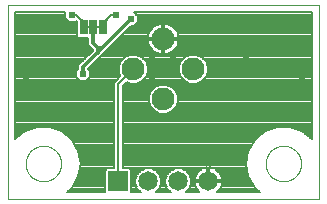
<source format=gbl>
G75*
%MOIN*%
%OFA0B0*%
%FSLAX25Y25*%
%IPPOS*%
%LPD*%
%AMOC8*
5,1,8,0,0,1.08239X$1,22.5*
%
%ADD10C,0.00100*%
%ADD11C,0.00000*%
%ADD12R,0.06500X0.06500*%
%ADD13C,0.06500*%
%ADD14R,0.02500X0.05000*%
%ADD15C,0.00800*%
%ADD16C,0.07600*%
%ADD17C,0.02400*%
%ADD18C,0.01200*%
%ADD19C,0.00700*%
D10*
X0001350Y0007294D02*
X0001350Y0071861D01*
X0104972Y0071861D01*
X0104972Y0007294D01*
X0001350Y0007294D01*
D11*
X0007255Y0019106D02*
X0007257Y0019259D01*
X0007263Y0019413D01*
X0007273Y0019566D01*
X0007287Y0019718D01*
X0007305Y0019871D01*
X0007327Y0020022D01*
X0007352Y0020173D01*
X0007382Y0020324D01*
X0007416Y0020474D01*
X0007453Y0020622D01*
X0007494Y0020770D01*
X0007539Y0020916D01*
X0007588Y0021062D01*
X0007641Y0021206D01*
X0007697Y0021348D01*
X0007757Y0021489D01*
X0007821Y0021629D01*
X0007888Y0021767D01*
X0007959Y0021903D01*
X0008034Y0022037D01*
X0008111Y0022169D01*
X0008193Y0022299D01*
X0008277Y0022427D01*
X0008365Y0022553D01*
X0008456Y0022676D01*
X0008550Y0022797D01*
X0008648Y0022915D01*
X0008748Y0023031D01*
X0008852Y0023144D01*
X0008958Y0023255D01*
X0009067Y0023363D01*
X0009179Y0023468D01*
X0009293Y0023569D01*
X0009411Y0023668D01*
X0009530Y0023764D01*
X0009652Y0023857D01*
X0009777Y0023946D01*
X0009904Y0024033D01*
X0010033Y0024115D01*
X0010164Y0024195D01*
X0010297Y0024271D01*
X0010432Y0024344D01*
X0010569Y0024413D01*
X0010708Y0024478D01*
X0010848Y0024540D01*
X0010990Y0024598D01*
X0011133Y0024653D01*
X0011278Y0024704D01*
X0011424Y0024751D01*
X0011571Y0024794D01*
X0011719Y0024833D01*
X0011868Y0024869D01*
X0012018Y0024900D01*
X0012169Y0024928D01*
X0012320Y0024952D01*
X0012473Y0024972D01*
X0012625Y0024988D01*
X0012778Y0025000D01*
X0012931Y0025008D01*
X0013084Y0025012D01*
X0013238Y0025012D01*
X0013391Y0025008D01*
X0013544Y0025000D01*
X0013697Y0024988D01*
X0013849Y0024972D01*
X0014002Y0024952D01*
X0014153Y0024928D01*
X0014304Y0024900D01*
X0014454Y0024869D01*
X0014603Y0024833D01*
X0014751Y0024794D01*
X0014898Y0024751D01*
X0015044Y0024704D01*
X0015189Y0024653D01*
X0015332Y0024598D01*
X0015474Y0024540D01*
X0015614Y0024478D01*
X0015753Y0024413D01*
X0015890Y0024344D01*
X0016025Y0024271D01*
X0016158Y0024195D01*
X0016289Y0024115D01*
X0016418Y0024033D01*
X0016545Y0023946D01*
X0016670Y0023857D01*
X0016792Y0023764D01*
X0016911Y0023668D01*
X0017029Y0023569D01*
X0017143Y0023468D01*
X0017255Y0023363D01*
X0017364Y0023255D01*
X0017470Y0023144D01*
X0017574Y0023031D01*
X0017674Y0022915D01*
X0017772Y0022797D01*
X0017866Y0022676D01*
X0017957Y0022553D01*
X0018045Y0022427D01*
X0018129Y0022299D01*
X0018211Y0022169D01*
X0018288Y0022037D01*
X0018363Y0021903D01*
X0018434Y0021767D01*
X0018501Y0021629D01*
X0018565Y0021489D01*
X0018625Y0021348D01*
X0018681Y0021206D01*
X0018734Y0021062D01*
X0018783Y0020916D01*
X0018828Y0020770D01*
X0018869Y0020622D01*
X0018906Y0020474D01*
X0018940Y0020324D01*
X0018970Y0020173D01*
X0018995Y0020022D01*
X0019017Y0019871D01*
X0019035Y0019718D01*
X0019049Y0019566D01*
X0019059Y0019413D01*
X0019065Y0019259D01*
X0019067Y0019106D01*
X0019065Y0018953D01*
X0019059Y0018799D01*
X0019049Y0018646D01*
X0019035Y0018494D01*
X0019017Y0018341D01*
X0018995Y0018190D01*
X0018970Y0018039D01*
X0018940Y0017888D01*
X0018906Y0017738D01*
X0018869Y0017590D01*
X0018828Y0017442D01*
X0018783Y0017296D01*
X0018734Y0017150D01*
X0018681Y0017006D01*
X0018625Y0016864D01*
X0018565Y0016723D01*
X0018501Y0016583D01*
X0018434Y0016445D01*
X0018363Y0016309D01*
X0018288Y0016175D01*
X0018211Y0016043D01*
X0018129Y0015913D01*
X0018045Y0015785D01*
X0017957Y0015659D01*
X0017866Y0015536D01*
X0017772Y0015415D01*
X0017674Y0015297D01*
X0017574Y0015181D01*
X0017470Y0015068D01*
X0017364Y0014957D01*
X0017255Y0014849D01*
X0017143Y0014744D01*
X0017029Y0014643D01*
X0016911Y0014544D01*
X0016792Y0014448D01*
X0016670Y0014355D01*
X0016545Y0014266D01*
X0016418Y0014179D01*
X0016289Y0014097D01*
X0016158Y0014017D01*
X0016025Y0013941D01*
X0015890Y0013868D01*
X0015753Y0013799D01*
X0015614Y0013734D01*
X0015474Y0013672D01*
X0015332Y0013614D01*
X0015189Y0013559D01*
X0015044Y0013508D01*
X0014898Y0013461D01*
X0014751Y0013418D01*
X0014603Y0013379D01*
X0014454Y0013343D01*
X0014304Y0013312D01*
X0014153Y0013284D01*
X0014002Y0013260D01*
X0013849Y0013240D01*
X0013697Y0013224D01*
X0013544Y0013212D01*
X0013391Y0013204D01*
X0013238Y0013200D01*
X0013084Y0013200D01*
X0012931Y0013204D01*
X0012778Y0013212D01*
X0012625Y0013224D01*
X0012473Y0013240D01*
X0012320Y0013260D01*
X0012169Y0013284D01*
X0012018Y0013312D01*
X0011868Y0013343D01*
X0011719Y0013379D01*
X0011571Y0013418D01*
X0011424Y0013461D01*
X0011278Y0013508D01*
X0011133Y0013559D01*
X0010990Y0013614D01*
X0010848Y0013672D01*
X0010708Y0013734D01*
X0010569Y0013799D01*
X0010432Y0013868D01*
X0010297Y0013941D01*
X0010164Y0014017D01*
X0010033Y0014097D01*
X0009904Y0014179D01*
X0009777Y0014266D01*
X0009652Y0014355D01*
X0009530Y0014448D01*
X0009411Y0014544D01*
X0009293Y0014643D01*
X0009179Y0014744D01*
X0009067Y0014849D01*
X0008958Y0014957D01*
X0008852Y0015068D01*
X0008748Y0015181D01*
X0008648Y0015297D01*
X0008550Y0015415D01*
X0008456Y0015536D01*
X0008365Y0015659D01*
X0008277Y0015785D01*
X0008193Y0015913D01*
X0008111Y0016043D01*
X0008034Y0016175D01*
X0007959Y0016309D01*
X0007888Y0016445D01*
X0007821Y0016583D01*
X0007757Y0016723D01*
X0007697Y0016864D01*
X0007641Y0017006D01*
X0007588Y0017150D01*
X0007539Y0017296D01*
X0007494Y0017442D01*
X0007453Y0017590D01*
X0007416Y0017738D01*
X0007382Y0017888D01*
X0007352Y0018039D01*
X0007327Y0018190D01*
X0007305Y0018341D01*
X0007287Y0018494D01*
X0007273Y0018646D01*
X0007263Y0018799D01*
X0007257Y0018953D01*
X0007255Y0019106D01*
X0087255Y0019106D02*
X0087257Y0019259D01*
X0087263Y0019413D01*
X0087273Y0019566D01*
X0087287Y0019718D01*
X0087305Y0019871D01*
X0087327Y0020022D01*
X0087352Y0020173D01*
X0087382Y0020324D01*
X0087416Y0020474D01*
X0087453Y0020622D01*
X0087494Y0020770D01*
X0087539Y0020916D01*
X0087588Y0021062D01*
X0087641Y0021206D01*
X0087697Y0021348D01*
X0087757Y0021489D01*
X0087821Y0021629D01*
X0087888Y0021767D01*
X0087959Y0021903D01*
X0088034Y0022037D01*
X0088111Y0022169D01*
X0088193Y0022299D01*
X0088277Y0022427D01*
X0088365Y0022553D01*
X0088456Y0022676D01*
X0088550Y0022797D01*
X0088648Y0022915D01*
X0088748Y0023031D01*
X0088852Y0023144D01*
X0088958Y0023255D01*
X0089067Y0023363D01*
X0089179Y0023468D01*
X0089293Y0023569D01*
X0089411Y0023668D01*
X0089530Y0023764D01*
X0089652Y0023857D01*
X0089777Y0023946D01*
X0089904Y0024033D01*
X0090033Y0024115D01*
X0090164Y0024195D01*
X0090297Y0024271D01*
X0090432Y0024344D01*
X0090569Y0024413D01*
X0090708Y0024478D01*
X0090848Y0024540D01*
X0090990Y0024598D01*
X0091133Y0024653D01*
X0091278Y0024704D01*
X0091424Y0024751D01*
X0091571Y0024794D01*
X0091719Y0024833D01*
X0091868Y0024869D01*
X0092018Y0024900D01*
X0092169Y0024928D01*
X0092320Y0024952D01*
X0092473Y0024972D01*
X0092625Y0024988D01*
X0092778Y0025000D01*
X0092931Y0025008D01*
X0093084Y0025012D01*
X0093238Y0025012D01*
X0093391Y0025008D01*
X0093544Y0025000D01*
X0093697Y0024988D01*
X0093849Y0024972D01*
X0094002Y0024952D01*
X0094153Y0024928D01*
X0094304Y0024900D01*
X0094454Y0024869D01*
X0094603Y0024833D01*
X0094751Y0024794D01*
X0094898Y0024751D01*
X0095044Y0024704D01*
X0095189Y0024653D01*
X0095332Y0024598D01*
X0095474Y0024540D01*
X0095614Y0024478D01*
X0095753Y0024413D01*
X0095890Y0024344D01*
X0096025Y0024271D01*
X0096158Y0024195D01*
X0096289Y0024115D01*
X0096418Y0024033D01*
X0096545Y0023946D01*
X0096670Y0023857D01*
X0096792Y0023764D01*
X0096911Y0023668D01*
X0097029Y0023569D01*
X0097143Y0023468D01*
X0097255Y0023363D01*
X0097364Y0023255D01*
X0097470Y0023144D01*
X0097574Y0023031D01*
X0097674Y0022915D01*
X0097772Y0022797D01*
X0097866Y0022676D01*
X0097957Y0022553D01*
X0098045Y0022427D01*
X0098129Y0022299D01*
X0098211Y0022169D01*
X0098288Y0022037D01*
X0098363Y0021903D01*
X0098434Y0021767D01*
X0098501Y0021629D01*
X0098565Y0021489D01*
X0098625Y0021348D01*
X0098681Y0021206D01*
X0098734Y0021062D01*
X0098783Y0020916D01*
X0098828Y0020770D01*
X0098869Y0020622D01*
X0098906Y0020474D01*
X0098940Y0020324D01*
X0098970Y0020173D01*
X0098995Y0020022D01*
X0099017Y0019871D01*
X0099035Y0019718D01*
X0099049Y0019566D01*
X0099059Y0019413D01*
X0099065Y0019259D01*
X0099067Y0019106D01*
X0099065Y0018953D01*
X0099059Y0018799D01*
X0099049Y0018646D01*
X0099035Y0018494D01*
X0099017Y0018341D01*
X0098995Y0018190D01*
X0098970Y0018039D01*
X0098940Y0017888D01*
X0098906Y0017738D01*
X0098869Y0017590D01*
X0098828Y0017442D01*
X0098783Y0017296D01*
X0098734Y0017150D01*
X0098681Y0017006D01*
X0098625Y0016864D01*
X0098565Y0016723D01*
X0098501Y0016583D01*
X0098434Y0016445D01*
X0098363Y0016309D01*
X0098288Y0016175D01*
X0098211Y0016043D01*
X0098129Y0015913D01*
X0098045Y0015785D01*
X0097957Y0015659D01*
X0097866Y0015536D01*
X0097772Y0015415D01*
X0097674Y0015297D01*
X0097574Y0015181D01*
X0097470Y0015068D01*
X0097364Y0014957D01*
X0097255Y0014849D01*
X0097143Y0014744D01*
X0097029Y0014643D01*
X0096911Y0014544D01*
X0096792Y0014448D01*
X0096670Y0014355D01*
X0096545Y0014266D01*
X0096418Y0014179D01*
X0096289Y0014097D01*
X0096158Y0014017D01*
X0096025Y0013941D01*
X0095890Y0013868D01*
X0095753Y0013799D01*
X0095614Y0013734D01*
X0095474Y0013672D01*
X0095332Y0013614D01*
X0095189Y0013559D01*
X0095044Y0013508D01*
X0094898Y0013461D01*
X0094751Y0013418D01*
X0094603Y0013379D01*
X0094454Y0013343D01*
X0094304Y0013312D01*
X0094153Y0013284D01*
X0094002Y0013260D01*
X0093849Y0013240D01*
X0093697Y0013224D01*
X0093544Y0013212D01*
X0093391Y0013204D01*
X0093238Y0013200D01*
X0093084Y0013200D01*
X0092931Y0013204D01*
X0092778Y0013212D01*
X0092625Y0013224D01*
X0092473Y0013240D01*
X0092320Y0013260D01*
X0092169Y0013284D01*
X0092018Y0013312D01*
X0091868Y0013343D01*
X0091719Y0013379D01*
X0091571Y0013418D01*
X0091424Y0013461D01*
X0091278Y0013508D01*
X0091133Y0013559D01*
X0090990Y0013614D01*
X0090848Y0013672D01*
X0090708Y0013734D01*
X0090569Y0013799D01*
X0090432Y0013868D01*
X0090297Y0013941D01*
X0090164Y0014017D01*
X0090033Y0014097D01*
X0089904Y0014179D01*
X0089777Y0014266D01*
X0089652Y0014355D01*
X0089530Y0014448D01*
X0089411Y0014544D01*
X0089293Y0014643D01*
X0089179Y0014744D01*
X0089067Y0014849D01*
X0088958Y0014957D01*
X0088852Y0015068D01*
X0088748Y0015181D01*
X0088648Y0015297D01*
X0088550Y0015415D01*
X0088456Y0015536D01*
X0088365Y0015659D01*
X0088277Y0015785D01*
X0088193Y0015913D01*
X0088111Y0016043D01*
X0088034Y0016175D01*
X0087959Y0016309D01*
X0087888Y0016445D01*
X0087821Y0016583D01*
X0087757Y0016723D01*
X0087697Y0016864D01*
X0087641Y0017006D01*
X0087588Y0017150D01*
X0087539Y0017296D01*
X0087494Y0017442D01*
X0087453Y0017590D01*
X0087416Y0017738D01*
X0087382Y0017888D01*
X0087352Y0018039D01*
X0087327Y0018190D01*
X0087305Y0018341D01*
X0087287Y0018494D01*
X0087273Y0018646D01*
X0087263Y0018799D01*
X0087257Y0018953D01*
X0087255Y0019106D01*
D12*
X0038161Y0013200D03*
D13*
X0048161Y0013200D03*
X0058161Y0013200D03*
X0068161Y0013200D03*
D14*
X0032950Y0064594D03*
X0029750Y0064594D03*
X0026550Y0064594D03*
D15*
X0026550Y0066194D01*
X0024850Y0067894D01*
X0026550Y0066194D01*
X0026550Y0066094D01*
X0026450Y0064594D02*
X0029750Y0064594D01*
X0033150Y0064594D01*
X0032950Y0064594D02*
X0032950Y0065794D01*
X0035750Y0068594D01*
X0037250Y0068594D01*
X0035750Y0068594D02*
X0033250Y0066094D01*
X0032950Y0066094D01*
X0024850Y0067894D02*
X0024150Y0068594D01*
X0022650Y0068594D01*
X0043161Y0050602D02*
X0038161Y0045602D01*
X0038161Y0013200D01*
D16*
X0053161Y0040602D03*
X0043161Y0050602D03*
X0053161Y0060602D03*
X0063161Y0050602D03*
D17*
X0056350Y0054594D03*
X0049350Y0054594D03*
X0049350Y0046594D03*
X0041550Y0043594D03*
X0026450Y0048994D03*
X0007350Y0046594D03*
X0007350Y0051594D03*
X0007350Y0041594D03*
X0030550Y0016594D03*
X0030550Y0012594D03*
X0041350Y0019594D03*
X0041350Y0022594D03*
X0059550Y0037594D03*
X0080550Y0054594D03*
X0099350Y0050594D03*
X0099350Y0046594D03*
X0099350Y0042594D03*
X0042450Y0067294D03*
X0037250Y0068594D03*
X0022650Y0068594D03*
D18*
X0029750Y0064594D02*
X0029750Y0059194D01*
X0031050Y0057894D01*
X0031250Y0057694D01*
X0031250Y0056094D01*
X0031200Y0056044D01*
X0026450Y0051294D01*
X0026450Y0048994D01*
X0031200Y0056044D02*
X0032050Y0056894D01*
X0031050Y0057894D01*
X0031250Y0057694D02*
X0032850Y0057694D01*
X0032050Y0056894D01*
X0032850Y0057694D02*
X0042450Y0067294D01*
D19*
X0044700Y0067366D02*
X0102572Y0067366D01*
X0102572Y0066668D02*
X0044700Y0066668D01*
X0044700Y0066363D02*
X0044700Y0068226D01*
X0043465Y0069461D01*
X0102572Y0069461D01*
X0102572Y0027228D01*
X0099392Y0029897D01*
X0095325Y0031377D01*
X0090997Y0031377D01*
X0086931Y0029897D01*
X0086931Y0029897D01*
X0083615Y0027115D01*
X0081451Y0023367D01*
X0080700Y0019106D01*
X0080700Y0019105D01*
X0081451Y0014844D01*
X0081451Y0014844D01*
X0083615Y0011096D01*
X0083615Y0011096D01*
X0083615Y0011096D01*
X0085285Y0009694D01*
X0071161Y0009694D01*
X0071670Y0010203D01*
X0072095Y0010789D01*
X0072424Y0011434D01*
X0072648Y0012123D01*
X0072761Y0012838D01*
X0072761Y0012850D01*
X0068511Y0012850D01*
X0068511Y0013550D01*
X0067811Y0013550D01*
X0067811Y0012850D01*
X0063561Y0012850D01*
X0063561Y0012838D01*
X0063674Y0012123D01*
X0063898Y0011434D01*
X0064227Y0010789D01*
X0064652Y0010203D01*
X0065161Y0009694D01*
X0060737Y0009694D01*
X0061806Y0010764D01*
X0062461Y0012345D01*
X0062461Y0014055D01*
X0061806Y0015636D01*
X0060597Y0016845D01*
X0059016Y0017500D01*
X0057306Y0017500D01*
X0055725Y0016845D01*
X0054516Y0015636D01*
X0053861Y0014055D01*
X0053861Y0012345D01*
X0054516Y0010764D01*
X0055585Y0009694D01*
X0050737Y0009694D01*
X0051806Y0010764D01*
X0052461Y0012345D01*
X0052461Y0014055D01*
X0051806Y0015636D01*
X0050597Y0016845D01*
X0049016Y0017500D01*
X0047306Y0017500D01*
X0045725Y0016845D01*
X0044516Y0015636D01*
X0043861Y0014055D01*
X0043861Y0012345D01*
X0044516Y0010764D01*
X0045585Y0009694D01*
X0042461Y0009694D01*
X0042461Y0016885D01*
X0041846Y0017500D01*
X0039611Y0017500D01*
X0039611Y0045001D01*
X0040899Y0046289D01*
X0042196Y0045752D01*
X0044126Y0045752D01*
X0045908Y0046490D01*
X0047273Y0047854D01*
X0048011Y0049637D01*
X0048011Y0051566D01*
X0047273Y0053349D01*
X0045908Y0054713D01*
X0044126Y0055452D01*
X0042196Y0055452D01*
X0040414Y0054713D01*
X0039049Y0053349D01*
X0038311Y0051566D01*
X0038311Y0049637D01*
X0038848Y0048340D01*
X0037560Y0047052D01*
X0036711Y0046202D01*
X0036711Y0017500D01*
X0034476Y0017500D01*
X0033861Y0016885D01*
X0033861Y0009694D01*
X0021037Y0009694D01*
X0022707Y0011096D01*
X0024871Y0014844D01*
X0025622Y0019105D01*
X0024871Y0023367D01*
X0022707Y0027115D01*
X0022707Y0027115D01*
X0019392Y0029897D01*
X0019392Y0029897D01*
X0015325Y0031377D01*
X0010997Y0031377D01*
X0006931Y0029897D01*
X0006931Y0029897D01*
X0003750Y0027228D01*
X0003750Y0069461D01*
X0020400Y0069461D01*
X0020400Y0067663D01*
X0021718Y0066344D01*
X0023582Y0066344D01*
X0023966Y0066728D01*
X0024250Y0066444D01*
X0024250Y0061660D01*
X0024865Y0061044D01*
X0028100Y0061044D01*
X0028100Y0058511D01*
X0029400Y0057211D01*
X0029600Y0057011D01*
X0029600Y0056778D01*
X0025767Y0052944D01*
X0024800Y0051978D01*
X0024800Y0050526D01*
X0024200Y0049926D01*
X0024200Y0048062D01*
X0025518Y0046744D01*
X0027382Y0046744D01*
X0028700Y0048062D01*
X0028700Y0049926D01*
X0028100Y0050526D01*
X0028100Y0050611D01*
X0032733Y0055244D01*
X0033700Y0056211D01*
X0034500Y0057011D01*
X0042533Y0065044D01*
X0043382Y0065044D01*
X0044700Y0066363D01*
X0044307Y0065969D02*
X0102572Y0065969D01*
X0102572Y0065271D02*
X0055341Y0065271D01*
X0055138Y0065374D02*
X0054367Y0065625D01*
X0053566Y0065752D01*
X0053511Y0065752D01*
X0053511Y0060952D01*
X0052811Y0060952D01*
X0052811Y0065752D01*
X0052756Y0065752D01*
X0051955Y0065625D01*
X0051184Y0065374D01*
X0050462Y0065006D01*
X0049806Y0064530D01*
X0049233Y0063957D01*
X0048756Y0063301D01*
X0048388Y0062578D01*
X0048138Y0061808D01*
X0048011Y0061007D01*
X0048011Y0060952D01*
X0052811Y0060952D01*
X0052811Y0060252D01*
X0048011Y0060252D01*
X0048011Y0060196D01*
X0048138Y0059396D01*
X0048388Y0058625D01*
X0048756Y0057902D01*
X0049233Y0057247D01*
X0049806Y0056673D01*
X0050462Y0056197D01*
X0051184Y0055829D01*
X0051955Y0055578D01*
X0052756Y0055452D01*
X0052811Y0055452D01*
X0052811Y0060252D01*
X0053511Y0060252D01*
X0053511Y0060952D01*
X0058311Y0060952D01*
X0058311Y0061007D01*
X0058184Y0061808D01*
X0057934Y0062578D01*
X0057566Y0063301D01*
X0057089Y0063957D01*
X0056516Y0064530D01*
X0055860Y0065006D01*
X0055138Y0065374D01*
X0056457Y0064572D02*
X0102572Y0064572D01*
X0102572Y0063874D02*
X0057149Y0063874D01*
X0057630Y0063175D02*
X0102572Y0063175D01*
X0102572Y0062477D02*
X0057967Y0062477D01*
X0058189Y0061778D02*
X0102572Y0061778D01*
X0102572Y0061080D02*
X0058299Y0061080D01*
X0058311Y0060252D02*
X0053511Y0060252D01*
X0053511Y0055452D01*
X0053566Y0055452D01*
X0054367Y0055578D01*
X0055138Y0055829D01*
X0055860Y0056197D01*
X0056516Y0056673D01*
X0057089Y0057247D01*
X0057566Y0057902D01*
X0057934Y0058625D01*
X0058184Y0059396D01*
X0058311Y0060196D01*
X0058311Y0060252D01*
X0058230Y0059683D02*
X0102572Y0059683D01*
X0102572Y0060381D02*
X0053511Y0060381D01*
X0053511Y0059683D02*
X0052811Y0059683D01*
X0052811Y0060381D02*
X0037870Y0060381D01*
X0037172Y0059683D02*
X0048092Y0059683D01*
X0048271Y0058984D02*
X0036473Y0058984D01*
X0035775Y0058286D02*
X0048561Y0058286D01*
X0048985Y0057587D02*
X0035076Y0057587D01*
X0034378Y0056889D02*
X0049591Y0056889D01*
X0050475Y0056190D02*
X0033679Y0056190D01*
X0032981Y0055492D02*
X0052502Y0055492D01*
X0052811Y0055492D02*
X0053511Y0055492D01*
X0053820Y0055492D02*
X0102572Y0055492D01*
X0102572Y0056190D02*
X0055847Y0056190D01*
X0056731Y0056889D02*
X0102572Y0056889D01*
X0102572Y0057587D02*
X0057337Y0057587D01*
X0057761Y0058286D02*
X0102572Y0058286D01*
X0102572Y0058984D02*
X0058051Y0058984D01*
X0053511Y0058984D02*
X0052811Y0058984D01*
X0052811Y0058286D02*
X0053511Y0058286D01*
X0053511Y0057587D02*
X0052811Y0057587D01*
X0052811Y0056889D02*
X0053511Y0056889D01*
X0053511Y0056190D02*
X0052811Y0056190D01*
X0047225Y0053396D02*
X0059097Y0053396D01*
X0059049Y0053349D02*
X0058311Y0051566D01*
X0058311Y0049637D01*
X0059049Y0047854D01*
X0060414Y0046490D01*
X0062196Y0045752D01*
X0064126Y0045752D01*
X0065908Y0046490D01*
X0067273Y0047854D01*
X0068011Y0049637D01*
X0068011Y0051566D01*
X0067273Y0053349D01*
X0065908Y0054713D01*
X0064126Y0055452D01*
X0062196Y0055452D01*
X0060414Y0054713D01*
X0059049Y0053349D01*
X0058780Y0052698D02*
X0047542Y0052698D01*
X0047832Y0051999D02*
X0058490Y0051999D01*
X0058311Y0051301D02*
X0048011Y0051301D01*
X0048011Y0050602D02*
X0058311Y0050602D01*
X0058311Y0049904D02*
X0048011Y0049904D01*
X0047832Y0049205D02*
X0058490Y0049205D01*
X0058779Y0048507D02*
X0047543Y0048507D01*
X0047227Y0047808D02*
X0059096Y0047808D01*
X0059794Y0047110D02*
X0046528Y0047110D01*
X0045718Y0046411D02*
X0060604Y0046411D01*
X0057273Y0043349D02*
X0055908Y0044713D01*
X0054126Y0045452D01*
X0052196Y0045452D01*
X0050414Y0044713D01*
X0049049Y0043349D01*
X0048311Y0041566D01*
X0048311Y0039637D01*
X0049049Y0037854D01*
X0050414Y0036490D01*
X0052196Y0035752D01*
X0054126Y0035752D01*
X0055908Y0036490D01*
X0057273Y0037854D01*
X0058011Y0039637D01*
X0058011Y0041566D01*
X0057273Y0043349D01*
X0057004Y0043617D02*
X0102572Y0043617D01*
X0102572Y0042919D02*
X0057451Y0042919D01*
X0057740Y0042220D02*
X0102572Y0042220D01*
X0102572Y0041522D02*
X0058011Y0041522D01*
X0058011Y0040823D02*
X0102572Y0040823D01*
X0102572Y0040125D02*
X0058011Y0040125D01*
X0057924Y0039426D02*
X0102572Y0039426D01*
X0102572Y0038727D02*
X0057634Y0038727D01*
X0057345Y0038029D02*
X0102572Y0038029D01*
X0102572Y0037330D02*
X0056749Y0037330D01*
X0056050Y0036632D02*
X0102572Y0036632D01*
X0102572Y0035933D02*
X0054565Y0035933D01*
X0051757Y0035933D02*
X0039611Y0035933D01*
X0039611Y0035235D02*
X0102572Y0035235D01*
X0102572Y0034536D02*
X0039611Y0034536D01*
X0039611Y0033838D02*
X0102572Y0033838D01*
X0102572Y0033139D02*
X0039611Y0033139D01*
X0039611Y0032441D02*
X0102572Y0032441D01*
X0102572Y0031742D02*
X0039611Y0031742D01*
X0039611Y0031044D02*
X0090081Y0031044D01*
X0088162Y0030345D02*
X0039611Y0030345D01*
X0039611Y0029647D02*
X0086632Y0029647D01*
X0085800Y0028948D02*
X0039611Y0028948D01*
X0039611Y0028250D02*
X0084967Y0028250D01*
X0084135Y0027551D02*
X0039611Y0027551D01*
X0039611Y0026853D02*
X0083464Y0026853D01*
X0083615Y0027115D02*
X0083615Y0027115D01*
X0083060Y0026154D02*
X0039611Y0026154D01*
X0039611Y0025456D02*
X0082657Y0025456D01*
X0082254Y0024757D02*
X0039611Y0024757D01*
X0039611Y0024059D02*
X0081851Y0024059D01*
X0081451Y0023367D02*
X0081451Y0023367D01*
X0081450Y0023360D02*
X0039611Y0023360D01*
X0039611Y0022662D02*
X0081327Y0022662D01*
X0081204Y0021963D02*
X0039611Y0021963D01*
X0039611Y0021265D02*
X0081081Y0021265D01*
X0080958Y0020566D02*
X0039611Y0020566D01*
X0039611Y0019868D02*
X0080834Y0019868D01*
X0080711Y0019169D02*
X0039611Y0019169D01*
X0039611Y0018471D02*
X0080812Y0018471D01*
X0080935Y0017772D02*
X0068699Y0017772D01*
X0068523Y0017800D02*
X0069238Y0017687D01*
X0069927Y0017463D01*
X0070572Y0017134D01*
X0071158Y0016709D01*
X0071670Y0016197D01*
X0072095Y0015611D01*
X0072424Y0014966D01*
X0072648Y0014277D01*
X0072761Y0013562D01*
X0072761Y0013550D01*
X0068511Y0013550D01*
X0068511Y0017800D01*
X0068523Y0017800D01*
X0068511Y0017772D02*
X0067811Y0017772D01*
X0067811Y0017800D02*
X0067799Y0017800D01*
X0067084Y0017687D01*
X0066395Y0017463D01*
X0065750Y0017134D01*
X0065164Y0016709D01*
X0064652Y0016197D01*
X0064227Y0015611D01*
X0063898Y0014966D01*
X0063674Y0014277D01*
X0063561Y0013562D01*
X0063561Y0013550D01*
X0067811Y0013550D01*
X0067811Y0017800D01*
X0067623Y0017772D02*
X0039611Y0017772D01*
X0036711Y0017772D02*
X0025387Y0017772D01*
X0025264Y0017074D02*
X0034050Y0017074D01*
X0033861Y0016375D02*
X0025141Y0016375D01*
X0025017Y0015677D02*
X0033861Y0015677D01*
X0033861Y0014978D02*
X0024894Y0014978D01*
X0024871Y0014844D02*
X0024871Y0014844D01*
X0024545Y0014280D02*
X0033861Y0014280D01*
X0033861Y0013581D02*
X0024142Y0013581D01*
X0023738Y0012883D02*
X0033861Y0012883D01*
X0033861Y0012184D02*
X0023335Y0012184D01*
X0022932Y0011486D02*
X0033861Y0011486D01*
X0033861Y0010787D02*
X0022339Y0010787D01*
X0022707Y0011096D02*
X0022707Y0011096D01*
X0021506Y0010089D02*
X0033861Y0010089D01*
X0042461Y0010089D02*
X0045191Y0010089D01*
X0044506Y0010787D02*
X0042461Y0010787D01*
X0042461Y0011486D02*
X0044217Y0011486D01*
X0043928Y0012184D02*
X0042461Y0012184D01*
X0042461Y0012883D02*
X0043861Y0012883D01*
X0043861Y0013581D02*
X0042461Y0013581D01*
X0042461Y0014280D02*
X0043954Y0014280D01*
X0044243Y0014978D02*
X0042461Y0014978D01*
X0042461Y0015677D02*
X0044557Y0015677D01*
X0045255Y0016375D02*
X0042461Y0016375D01*
X0042272Y0017074D02*
X0046276Y0017074D01*
X0050046Y0017074D02*
X0056276Y0017074D01*
X0055255Y0016375D02*
X0051067Y0016375D01*
X0051766Y0015677D02*
X0054557Y0015677D01*
X0054243Y0014978D02*
X0052079Y0014978D01*
X0052368Y0014280D02*
X0053954Y0014280D01*
X0053861Y0013581D02*
X0052461Y0013581D01*
X0052461Y0012883D02*
X0053861Y0012883D01*
X0053928Y0012184D02*
X0052394Y0012184D01*
X0052105Y0011486D02*
X0054217Y0011486D01*
X0054506Y0010787D02*
X0051816Y0010787D01*
X0051131Y0010089D02*
X0055191Y0010089D01*
X0061131Y0010089D02*
X0064767Y0010089D01*
X0064228Y0010787D02*
X0061816Y0010787D01*
X0062105Y0011486D02*
X0063881Y0011486D01*
X0063665Y0012184D02*
X0062394Y0012184D01*
X0062461Y0012883D02*
X0067811Y0012883D01*
X0067811Y0013581D02*
X0068511Y0013581D01*
X0068511Y0012883D02*
X0082584Y0012883D01*
X0082180Y0013581D02*
X0072758Y0013581D01*
X0072647Y0014280D02*
X0081777Y0014280D01*
X0081428Y0014978D02*
X0072418Y0014978D01*
X0072048Y0015677D02*
X0081305Y0015677D01*
X0081181Y0016375D02*
X0071491Y0016375D01*
X0070655Y0017074D02*
X0081058Y0017074D01*
X0082987Y0012184D02*
X0072657Y0012184D01*
X0072441Y0011486D02*
X0083390Y0011486D01*
X0083983Y0010787D02*
X0072094Y0010787D01*
X0071555Y0010089D02*
X0084816Y0010089D01*
X0068511Y0014280D02*
X0067811Y0014280D01*
X0067811Y0014978D02*
X0068511Y0014978D01*
X0068511Y0015677D02*
X0067811Y0015677D01*
X0067811Y0016375D02*
X0068511Y0016375D01*
X0068511Y0017074D02*
X0067811Y0017074D01*
X0065667Y0017074D02*
X0060046Y0017074D01*
X0061067Y0016375D02*
X0064831Y0016375D01*
X0064274Y0015677D02*
X0061766Y0015677D01*
X0062079Y0014978D02*
X0063904Y0014978D01*
X0063675Y0014280D02*
X0062368Y0014280D01*
X0062461Y0013581D02*
X0063564Y0013581D01*
X0036711Y0018471D02*
X0025510Y0018471D01*
X0025611Y0019169D02*
X0036711Y0019169D01*
X0036711Y0019868D02*
X0025488Y0019868D01*
X0025364Y0020566D02*
X0036711Y0020566D01*
X0036711Y0021265D02*
X0025241Y0021265D01*
X0025118Y0021963D02*
X0036711Y0021963D01*
X0036711Y0022662D02*
X0024995Y0022662D01*
X0024872Y0023360D02*
X0036711Y0023360D01*
X0036711Y0024059D02*
X0024471Y0024059D01*
X0024871Y0023367D02*
X0024871Y0023367D01*
X0024068Y0024757D02*
X0036711Y0024757D01*
X0036711Y0025456D02*
X0023665Y0025456D01*
X0023262Y0026154D02*
X0036711Y0026154D01*
X0036711Y0026853D02*
X0022858Y0026853D01*
X0022707Y0027115D02*
X0022707Y0027115D01*
X0022187Y0027551D02*
X0036711Y0027551D01*
X0036711Y0028250D02*
X0021355Y0028250D01*
X0020522Y0028948D02*
X0036711Y0028948D01*
X0036711Y0029647D02*
X0019690Y0029647D01*
X0018160Y0030345D02*
X0036711Y0030345D01*
X0036711Y0031044D02*
X0016241Y0031044D01*
X0010081Y0031044D02*
X0003750Y0031044D01*
X0003750Y0031742D02*
X0036711Y0031742D01*
X0036711Y0032441D02*
X0003750Y0032441D01*
X0003750Y0033139D02*
X0036711Y0033139D01*
X0036711Y0033838D02*
X0003750Y0033838D01*
X0003750Y0034536D02*
X0036711Y0034536D01*
X0036711Y0035235D02*
X0003750Y0035235D01*
X0003750Y0035933D02*
X0036711Y0035933D01*
X0036711Y0036632D02*
X0003750Y0036632D01*
X0003750Y0037330D02*
X0036711Y0037330D01*
X0036711Y0038029D02*
X0003750Y0038029D01*
X0003750Y0038727D02*
X0036711Y0038727D01*
X0036711Y0039426D02*
X0003750Y0039426D01*
X0003750Y0040125D02*
X0036711Y0040125D01*
X0036711Y0040823D02*
X0003750Y0040823D01*
X0003750Y0041522D02*
X0036711Y0041522D01*
X0036711Y0042220D02*
X0003750Y0042220D01*
X0003750Y0042919D02*
X0036711Y0042919D01*
X0036711Y0043617D02*
X0003750Y0043617D01*
X0003750Y0044316D02*
X0036711Y0044316D01*
X0036711Y0045014D02*
X0003750Y0045014D01*
X0003750Y0045713D02*
X0036711Y0045713D01*
X0036920Y0046411D02*
X0003750Y0046411D01*
X0003750Y0047110D02*
X0025153Y0047110D01*
X0024454Y0047808D02*
X0003750Y0047808D01*
X0003750Y0048507D02*
X0024200Y0048507D01*
X0024200Y0049205D02*
X0003750Y0049205D01*
X0003750Y0049904D02*
X0024200Y0049904D01*
X0024800Y0050602D02*
X0003750Y0050602D01*
X0003750Y0051301D02*
X0024800Y0051301D01*
X0024821Y0051999D02*
X0003750Y0051999D01*
X0003750Y0052698D02*
X0025520Y0052698D01*
X0026218Y0053396D02*
X0003750Y0053396D01*
X0003750Y0054095D02*
X0026917Y0054095D01*
X0027615Y0054793D02*
X0003750Y0054793D01*
X0003750Y0055492D02*
X0028314Y0055492D01*
X0029012Y0056190D02*
X0003750Y0056190D01*
X0003750Y0056889D02*
X0029600Y0056889D01*
X0029024Y0057587D02*
X0003750Y0057587D01*
X0003750Y0058286D02*
X0028325Y0058286D01*
X0028100Y0058984D02*
X0003750Y0058984D01*
X0003750Y0059683D02*
X0028100Y0059683D01*
X0028100Y0060381D02*
X0003750Y0060381D01*
X0003750Y0061080D02*
X0024830Y0061080D01*
X0024250Y0061778D02*
X0003750Y0061778D01*
X0003750Y0062477D02*
X0024250Y0062477D01*
X0024250Y0063175D02*
X0003750Y0063175D01*
X0003750Y0063874D02*
X0024250Y0063874D01*
X0024250Y0064572D02*
X0003750Y0064572D01*
X0003750Y0065271D02*
X0024250Y0065271D01*
X0024250Y0065969D02*
X0003750Y0065969D01*
X0003750Y0066668D02*
X0021395Y0066668D01*
X0020696Y0067366D02*
X0003750Y0067366D01*
X0003750Y0068065D02*
X0020400Y0068065D01*
X0020400Y0068763D02*
X0003750Y0068763D01*
X0023905Y0066668D02*
X0024026Y0066668D01*
X0038569Y0061080D02*
X0048023Y0061080D01*
X0048133Y0061778D02*
X0039267Y0061778D01*
X0039966Y0062477D02*
X0048355Y0062477D01*
X0048692Y0063175D02*
X0040664Y0063175D01*
X0041363Y0063874D02*
X0049173Y0063874D01*
X0049865Y0064572D02*
X0042061Y0064572D01*
X0043608Y0065271D02*
X0050981Y0065271D01*
X0052811Y0065271D02*
X0053511Y0065271D01*
X0053511Y0064572D02*
X0052811Y0064572D01*
X0052811Y0063874D02*
X0053511Y0063874D01*
X0053511Y0063175D02*
X0052811Y0063175D01*
X0052811Y0062477D02*
X0053511Y0062477D01*
X0053511Y0061778D02*
X0052811Y0061778D01*
X0052811Y0061080D02*
X0053511Y0061080D01*
X0059795Y0054095D02*
X0046527Y0054095D01*
X0045715Y0054793D02*
X0060607Y0054793D01*
X0065715Y0054793D02*
X0102572Y0054793D01*
X0102572Y0054095D02*
X0066527Y0054095D01*
X0067225Y0053396D02*
X0102572Y0053396D01*
X0102572Y0052698D02*
X0067542Y0052698D01*
X0067832Y0051999D02*
X0102572Y0051999D01*
X0102572Y0051301D02*
X0068011Y0051301D01*
X0068011Y0050602D02*
X0102572Y0050602D01*
X0102572Y0049904D02*
X0068011Y0049904D01*
X0067832Y0049205D02*
X0102572Y0049205D01*
X0102572Y0048507D02*
X0067543Y0048507D01*
X0067227Y0047808D02*
X0102572Y0047808D01*
X0102572Y0047110D02*
X0066528Y0047110D01*
X0065718Y0046411D02*
X0102572Y0046411D01*
X0102572Y0045713D02*
X0040323Y0045713D01*
X0039624Y0045014D02*
X0051140Y0045014D01*
X0050016Y0044316D02*
X0039611Y0044316D01*
X0039611Y0043617D02*
X0049318Y0043617D01*
X0048871Y0042919D02*
X0039611Y0042919D01*
X0039611Y0042220D02*
X0048582Y0042220D01*
X0048311Y0041522D02*
X0039611Y0041522D01*
X0039611Y0040823D02*
X0048311Y0040823D01*
X0048311Y0040125D02*
X0039611Y0040125D01*
X0039611Y0039426D02*
X0048398Y0039426D01*
X0048688Y0038727D02*
X0039611Y0038727D01*
X0039611Y0038029D02*
X0048977Y0038029D01*
X0049573Y0037330D02*
X0039611Y0037330D01*
X0039611Y0036632D02*
X0050272Y0036632D01*
X0056306Y0044316D02*
X0102572Y0044316D01*
X0102572Y0045014D02*
X0055182Y0045014D01*
X0040607Y0054793D02*
X0032282Y0054793D01*
X0031584Y0054095D02*
X0039795Y0054095D01*
X0039097Y0053396D02*
X0030885Y0053396D01*
X0030187Y0052698D02*
X0038780Y0052698D01*
X0038490Y0051999D02*
X0029488Y0051999D01*
X0028790Y0051301D02*
X0038311Y0051301D01*
X0038311Y0050602D02*
X0028100Y0050602D01*
X0028700Y0049904D02*
X0038311Y0049904D01*
X0038490Y0049205D02*
X0028700Y0049205D01*
X0028700Y0048507D02*
X0038779Y0048507D01*
X0038317Y0047808D02*
X0028446Y0047808D01*
X0027747Y0047110D02*
X0037618Y0047110D01*
X0044700Y0068065D02*
X0102572Y0068065D01*
X0102572Y0068763D02*
X0044163Y0068763D01*
X0096241Y0031044D02*
X0102572Y0031044D01*
X0102572Y0030345D02*
X0098160Y0030345D01*
X0099690Y0029647D02*
X0102572Y0029647D01*
X0102572Y0028948D02*
X0100522Y0028948D01*
X0101355Y0028250D02*
X0102572Y0028250D01*
X0102572Y0027551D02*
X0102187Y0027551D01*
X0008162Y0030345D02*
X0003750Y0030345D01*
X0003750Y0029647D02*
X0006632Y0029647D01*
X0005800Y0028948D02*
X0003750Y0028948D01*
X0003750Y0028250D02*
X0004967Y0028250D01*
X0004135Y0027551D02*
X0003750Y0027551D01*
M02*

</source>
